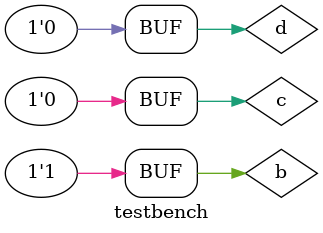
<source format=v>
`include "or-3.v"

module testbench;
    reg b,c,d;
    wire out;

    or_3 or3(out,b,c,d);

    initial begin;
        b = 1'b0; c = 1'b0; d = 1'b0;
        #10; d = d + 1;
        #10; c = c + 1;
        #10; d = d + 1;
        #10; b = b + 1;
        #10; d = d + 1;
        #10; c = c + 1;
        #10; d = d + 1;
    end

    initial
        $monitor($time, " : b=%b c=%b d=%b out=%b", b, c, d, out);
endmodule
</source>
